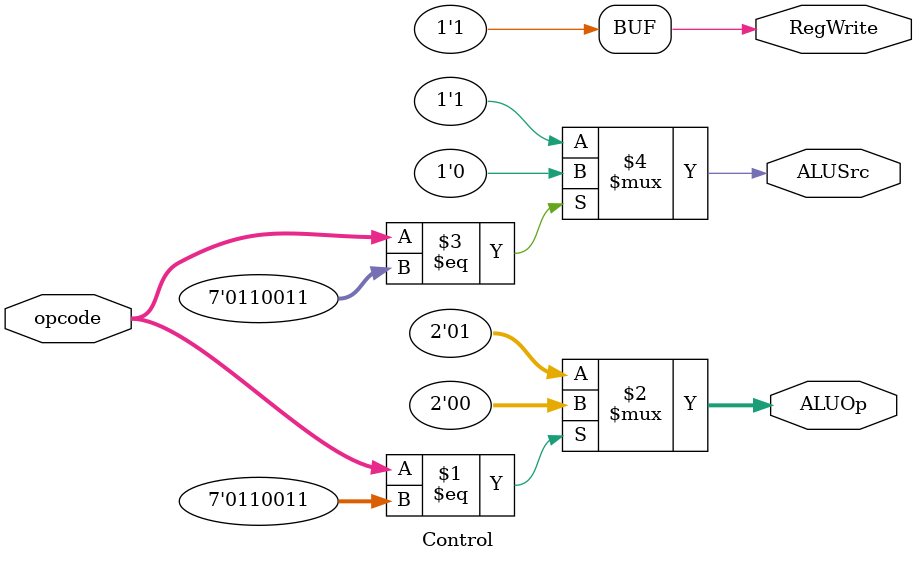
<source format=v>
module Control
(
    input wire [6:0] opcode,
    output wire [1:0] ALUOp,
    output wire ALUSrc,
    output wire RegWrite
);
    //00 = R-instruction, 01 = I-instruction
    assign ALUOp = ((opcode == 7'b0110011) ? 2'b00 : 2'b01);
    //0 = mux should choose from register, 1 = mux should choose from sign-extend
    assign ALUSrc = ((opcode == 7'b0110011) ? 1'b0 : 1'b1);
    assign RegWrite = 1'b1; //all operations write to register
endmodule
</source>
